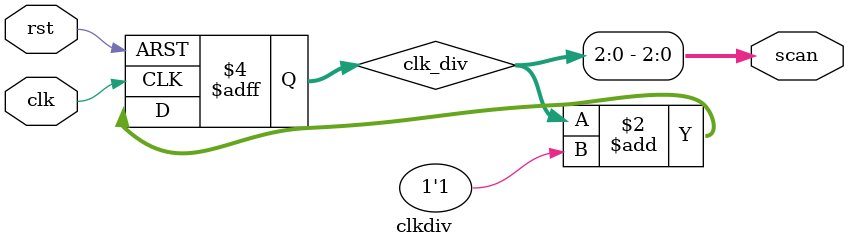
<source format=v>
`timescale 1ns / 1ps


module clkdiv(
        input wire clk,
        input wire rst,
        output wire [2:0] scan
    );

    reg [31:0] clk_div;
    initial begin
        clk_div <= 32'h0000_0000;
    end

    always @ (posedge clk or posedge rst) begin
        if (rst) clk_div <= 0;
        else clk_div <= clk_div + 1'b1;
    end

    assign scan = clk_div[2:0];
endmodule

</source>
